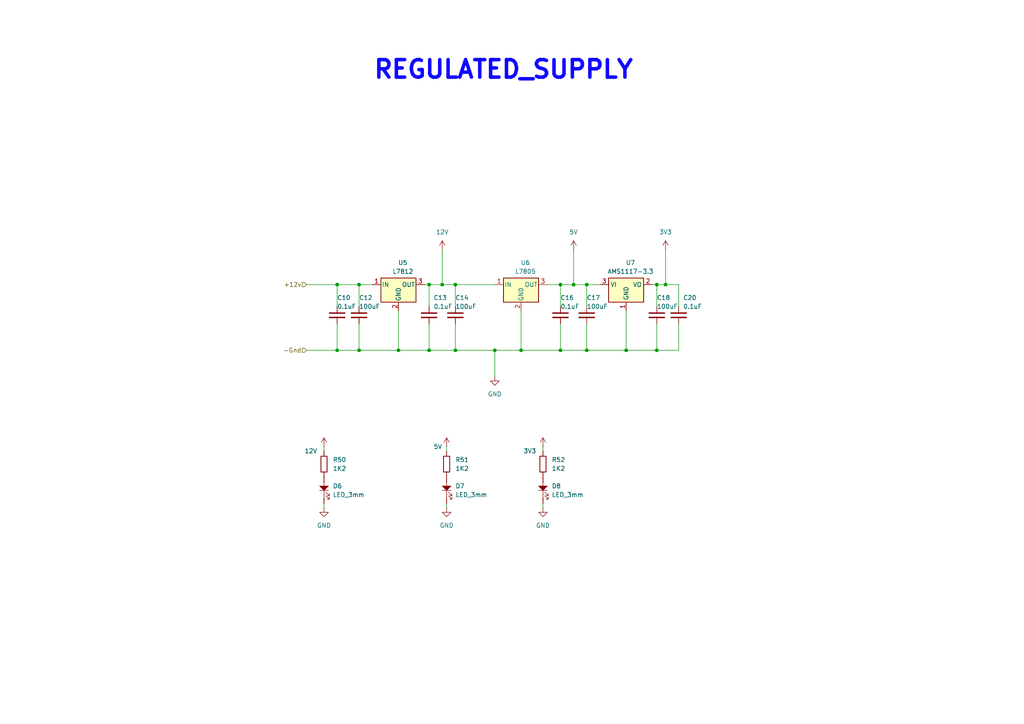
<source format=kicad_sch>
(kicad_sch (version 20231120) (generator "eeschema") (generator_version "8.0")
  (paper "A4")
  (lib_symbols
    (symbol "PCM_SL_Devices:Capacitor_NP"
      (property "Reference" "C" (at 0 6.35 0))
      (property "Value" "Capacitor_NP" (at 0 3.81 0))
      (symbol "Capacitor_NP_0_1"
        (rectangle (start -0.762 2.286) (end -0.508 -2.286) (fill (type outline)))
        (rectangle (start 0.508 2.286) (end 0.762 -2.286) (fill (type outline)))
      )
      (symbol "Capacitor_NP_1_1"
        (pin passive line (at -2.54 0 0) (length 2) (name "~") (number "1"))
        (pin input line (at 2.54 0 180) (length 2) (name "~") (number "2"))
      )
    )
    (symbol "PCM_SL_Devices:LED_3mm"
      (property "Reference" "D" (at -0.508 5.334 0))
      (property "Value" "LED_3mm" (at -0.508 2.794 0))
      (symbol "LED_3mm_0_1"
        (polyline (pts (xy -1.27 0) (xy -2.54 0)))
        (polyline (pts (xy 0 1.27) (xy 0 -1.27)))
        (polyline (pts (xy 0.508 0.508) (xy 1.524 1.524)))
        (polyline (pts (xy 1.27 0) (xy 2.54 0)))
        (polyline (pts (xy 1.524 0.508) (xy 2.54 1.524)))
        (polyline (pts (xy 1.524 1.524) (xy 0.889 1.524)))
        (polyline (pts (xy 1.524 1.524) (xy 1.524 0.889)))
        (polyline (pts (xy 2.54 1.524) (xy 1.905 1.524)))
        (polyline (pts (xy 2.54 1.524) (xy 2.54 0.889)))
        (polyline (pts (xy 0 0) (xy -1.27 -1.27) (xy -1.27 1.27) (xy 0 0) (xy 1.27 0)) (fill (type outline)))
      )
      (symbol "LED_3mm_1_1"
        (pin passive line (at 3.81 0 180) (length 1.5) (name "~") (number "1"))
        (pin passive line (at -3.81 0 0) (length 1.5) (name "") (number "2"))
      )
    )
    (symbol "PCM_SL_Resistors:Resistor"
      (property "Reference" "R" (at 0 5.08 0))
      (property "Value" "Resistor" (at 0 2.54 0))
      (symbol "Resistor_0_1"
        (rectangle (start -2.286 0.889) (end 2.286 -0.889) (stroke (width 0.24)))
      )
      (symbol "Resistor_1_1"
        (pin passive line (at -3.81 0 0) (length 1.5) (name "") (number "1"))
        (pin passive line (at 3.81 0 180) (length 1.5) (name "~") (number "2"))
      )
    )
    (symbol "Regulator_Linear:AMS1117-3.3"
      (property "Reference" "U" (at -3.81 3.175 0))
      (property "Value" "AMS1117-3.3" (at 0 3.175 0))
      (symbol "AMS1117-3.3_0_1"
        (rectangle (start -5.08 -5.08) (end 5.08 1.905) (stroke (width 0.254)) (fill (type background)))
      )
      (symbol "AMS1117-3.3_1_1"
        (pin power_in line (at 0 -7.62 90) (length 2.54) (name "GND") (number "1"))
        (pin power_out line (at 7.62 0 180) (length 2.54) (name "VO") (number "2"))
        (pin power_in line (at -7.62 0 0) (length 2.54) (name "VI") (number "3"))
      )
    )
    (symbol "Regulator_Linear:L7805" (pin_names (offset 0.254))
      (property "Reference" "U" (at -3.81 3.175 0))
      (property "Value" "L7805" (at 0 3.175 0))
      (symbol "L7805_0_1"
        (rectangle (start -5.08 1.905) (end 5.08 -5.08) (stroke (width 0.254)) (fill (type background)))
      )
      (symbol "L7805_1_1"
        (pin power_in line (at -7.62 0 0) (length 2.54) (name "IN") (number "1"))
        (pin power_in line (at 0 -7.62 90) (length 2.54) (name "GND") (number "2"))
        (pin power_out line (at 7.62 0 180) (length 2.54) (name "OUT") (number "3"))
      )
    )
    (symbol "Regulator_Linear:L7812" (pin_names (offset 0.254))
      (property "Reference" "U" (at -3.81 3.175 0))
      (property "Value" "L7812" (at 0 3.175 0))
      (symbol "L7812_0_1"
        (rectangle (start -5.08 1.905) (end 5.08 -5.08) (stroke (width 0.254)) (fill (type background)))
      )
      (symbol "L7812_1_1"
        (pin power_in line (at -7.62 0 0) (length 2.54) (name "IN") (number "1"))
        (pin power_in line (at 0 -7.62 90) (length 2.54) (name "GND") (number "2"))
        (pin power_out line (at 7.62 0 180) (length 2.54) (name "OUT") (number "3"))
      )
    )
    (symbol "power:GND" (power) (pin_numbers hide) (pin_names (offset 0) hide)
      (property "Value" "GND" (at 0 -3.81 0))
      (symbol "GND_0_1"
        (polyline (pts (xy 0 0) (xy 0 -1.27) (xy 1.27 -1.27) (xy 0 -2.54) (xy -1.27 -1.27) (xy 0 -1.27)))
      )
      (symbol "GND_1_1"
        (pin power_in line (at 0 0 270) (length 0) (name "~") (number "1"))
      )
    )
    (symbol "power:VCC" (power) (pin_numbers hide) (pin_names (offset 0) hide)
      (property "Value" "VCC" (at 0 3.556 0))
      (symbol "VCC_0_1"
        (polyline (pts (xy -0.762 1.27) (xy 0 2.54)))
        (polyline (pts (xy 0 0) (xy 0 2.54)))
        (polyline (pts (xy 0 2.54) (xy 0.762 1.27)))
      )
      (symbol "VCC_1_1"
        (pin power_in line (at 0 0 90) (length 0) (name "~") (number "1"))
      )
    )
  )
  (junction (at 97.79 101.6))
  (junction (at 104.14 82.55))
  (junction (at 115.57 101.6))
  (junction (at 162.56 82.55))
  (junction (at 132.08 101.6))
  (junction (at 97.79 82.55))
  (junction (at 190.5 101.6))
  (junction (at 104.14 101.6))
  (junction (at 128.27 82.55))
  (junction (at 166.37 82.55))
  (junction (at 181.61 101.6))
  (junction (at 151.13 101.6))
  (junction (at 193.04 82.55))
  (junction (at 143.51 101.6))
  (junction (at 132.08 82.55))
  (junction (at 124.46 82.55))
  (junction (at 170.18 82.55))
  (junction (at 162.56 101.6))
  (junction (at 170.18 101.6))
  (junction (at 190.5 82.55))
  (junction (at 124.46 101.6))
  (wire (pts (xy 190.5 82.55) (xy 193.04 82.55)))
  (wire (pts (xy 124.46 93.98) (xy 124.46 101.6)))
  (wire (pts (xy 170.18 82.55) (xy 170.18 88.9)))
  (wire (pts (xy 157.48 146.05) (xy 157.48 147.32)))
  (wire (pts (xy 129.54 146.05) (xy 129.54 147.32)))
  (wire (pts (xy 132.08 82.55) (xy 132.08 88.9)))
  (wire (pts (xy 162.56 101.6) (xy 170.18 101.6)))
  (wire (pts (xy 162.56 82.55) (xy 166.37 82.55)))
  (wire (pts (xy 166.37 72.39) (xy 166.37 82.55)))
  (wire (pts (xy 124.46 82.55) (xy 124.46 88.9)))
  (wire (pts (xy 196.85 82.55) (xy 196.85 88.9)))
  (wire (pts (xy 93.98 146.05) (xy 93.98 147.32)))
  (wire (pts (xy 190.5 82.55) (xy 189.23 82.55)))
  (wire (pts (xy 170.18 101.6) (xy 181.61 101.6)))
  (wire (pts (xy 181.61 90.17) (xy 181.61 101.6)))
  (wire (pts (xy 166.37 82.55) (xy 170.18 82.55)))
  (wire (pts (xy 115.57 90.17) (xy 115.57 101.6)))
  (wire (pts (xy 104.14 93.98) (xy 104.14 101.6)))
  (wire (pts (xy 170.18 93.98) (xy 170.18 101.6)))
  (wire (pts (xy 143.51 101.6) (xy 151.13 101.6)))
  (wire (pts (xy 162.56 82.55) (xy 162.56 88.9)))
  (wire (pts (xy 97.79 93.98) (xy 97.79 101.6)))
  (wire (pts (xy 93.98 129.54) (xy 93.98 130.81)))
  (wire (pts (xy 129.54 129.54) (xy 129.54 130.81)))
  (wire (pts (xy 132.08 82.55) (xy 143.51 82.55)))
  (wire (pts (xy 128.27 82.55) (xy 132.08 82.55)))
  (wire (pts (xy 143.51 101.6) (xy 143.51 109.22)))
  (wire (pts (xy 97.79 82.55) (xy 104.14 82.55)))
  (wire (pts (xy 97.79 82.55) (xy 97.79 88.9)))
  (wire (pts (xy 104.14 82.55) (xy 104.14 88.9)))
  (wire (pts (xy 132.08 93.98) (xy 132.08 101.6)))
  (wire (pts (xy 128.27 72.39) (xy 128.27 82.55)))
  (wire (pts (xy 123.19 82.55) (xy 124.46 82.55)))
  (wire (pts (xy 104.14 82.55) (xy 107.95 82.55)))
  (wire (pts (xy 124.46 101.6) (xy 132.08 101.6)))
  (wire (pts (xy 158.75 82.55) (xy 162.56 82.55)))
  (wire (pts (xy 151.13 101.6) (xy 162.56 101.6)))
  (wire (pts (xy 190.5 101.6) (xy 190.5 93.98)))
  (wire (pts (xy 157.48 129.54) (xy 157.48 130.81)))
  (wire (pts (xy 181.61 101.6) (xy 190.5 101.6)))
  (wire (pts (xy 193.04 82.55) (xy 196.85 82.55)))
  (wire (pts (xy 151.13 90.17) (xy 151.13 101.6)))
  (wire (pts (xy 196.85 101.6) (xy 190.5 101.6)))
  (wire (pts (xy 196.85 93.98) (xy 196.85 101.6)))
  (wire (pts (xy 193.04 72.39) (xy 193.04 82.55)))
  (wire (pts (xy 104.14 101.6) (xy 115.57 101.6)))
  (wire (pts (xy 162.56 93.98) (xy 162.56 101.6)))
  (wire (pts (xy 190.5 82.55) (xy 190.5 88.9)))
  (wire (pts (xy 170.18 82.55) (xy 173.99 82.55)))
  (wire (pts (xy 115.57 101.6) (xy 124.46 101.6)))
  (wire (pts (xy 97.79 101.6) (xy 104.14 101.6)))
  (wire (pts (xy 88.9 101.6) (xy 97.79 101.6)))
  (wire (pts (xy 132.08 101.6) (xy 143.51 101.6)))
  (wire (pts (xy 124.46 82.55) (xy 128.27 82.55)))
  (wire (pts (xy 88.9 82.55) (xy 97.79 82.55)))
  (text "REGULATED_SUPPLY\n" (at 146.05 20.32 0) (effects (font (size 5.08 5.08) (thickness 1.016) (bold yes))))
  (hierarchical_label "+12v" (shape input) (at 88.9 82.55 180))
  (hierarchical_label "-Gnd" (shape input) (at 88.9 101.6 180))
  (symbol (lib_id "PCM_SL_Resistors:Resistor") (at 93.98 134.62 90) (unit 1)
    (property "Reference" "R50" (at 96.52 133.3499 90) (effects (justify right)))
    (property "Value" "1K2" (at 96.52 135.8899 90) (effects (justify right)))
    (property "Footprint" "Resistor_SMD:R_0805_2012Metric_Pad1.20x1.40mm_HandSolder" (effects (hide yes)))
    (property "Description" "1/4W Resistor" (effects (hide yes)))
  )
  (symbol (lib_id "power:GND") (at 129.54 147.32 0) (unit 1)
    (property "Reference" "#PWR031" (effects (hide yes)))
    (property "Value" "GND" (at 129.54 152.4 0))
    (property "Description" "Power symbol creates a global label with name \"GND\" , ground" (effects (hide yes)))
  )
  (symbol (lib_id "power:GND") (at 93.98 147.32 0) (unit 1)
    (property "Reference" "#PWR029" (effects (hide yes)))
    (property "Value" "GND" (at 93.98 152.4 0))
    (property "Description" "Power symbol creates a global label with name \"GND\" , ground" (effects (hide yes)))
  )
  (symbol (lib_id "PCM_SL_Devices:Capacitor_NP") (at 196.85 91.44 90) (unit 1)
    (property "Reference" "C20" (at 198.12 86.36 90) (effects (justify right)))
    (property "Value" "0.1uF" (at 198.12 88.9 90) (effects (justify right)))
    (property "Footprint" "inqbe:CP_Radial_D5.0mm_P2.50mm" (effects (hide yes)))
    (property "Description" "Unpolarized Capacitor" (effects (hide yes)))
  )
  (symbol (lib_id "PCM_SL_Devices:Capacitor_NP") (at 170.18 91.44 90) (unit 1)
    (property "Reference" "C17" (at 170.18 86.36 90) (effects (justify right)))
    (property "Value" "100uF" (at 170.18 88.9 90) (effects (justify right)))
    (property "Footprint" "inqbe:CP_Radial_D5.0mm_P2.50mm" (effects (hide yes)))
    (property "Description" "Unpolarized Capacitor" (effects (hide yes)))
  )
  (symbol (lib_id "power:VCC") (at 166.37 72.39 0) (unit 1)
    (property "Reference" "#PWR026" (effects (hide yes)))
    (property "Value" "5V" (at 166.37 67.31 0))
    (property "Description" "Power symbol creates a global label with name \"VCC\"" (effects (hide yes)))
  )
  (symbol (lib_id "PCM_SL_Devices:Capacitor_NP") (at 132.08 91.44 90) (unit 1)
    (property "Reference" "C14" (at 132.08 86.36 90) (effects (justify right)))
    (property "Value" "100uF" (at 132.08 88.9 90) (effects (justify right)))
    (property "Footprint" "inqbe:CP_Radial_D5.0mm_P2.50mm" (effects (hide yes)))
    (property "Description" "Unpolarized Capacitor" (effects (hide yes)))
  )
  (symbol (lib_id "Regulator_Linear:L7812") (at 115.57 82.55 0) (unit 1)
    (property "Reference" "U5" (at 116.84 76.2 0))
    (property "Value" "L7812" (at 116.84 78.74 0))
    (property "Footprint" "inqbe:TO-220-3_Vertical_HS48_PL48_Heatsink" (effects (hide yes)))
    (property "Datasheet" "http://www.st.com/content/ccc/resource/technical/document/datasheet/41/4f/b3/b0/12/d4/47/88/CD00000444.pdf/files/CD00000444.pdf/jcr:content/translations/en.CD00000444.pdf" (effects (hide yes)))
    (property "Description" "Positive 1.5A 35V Linear Regulator, Fixed Output 12V, TO-220/TO-263/TO-252" (effects (hide yes)))
  )
  (symbol (lib_id "power:VCC") (at 128.27 72.39 0) (unit 1)
    (property "Reference" "#PWR016" (effects (hide yes)))
    (property "Value" "12V" (at 128.27 67.31 0))
    (property "Description" "Power symbol creates a global label with name \"VCC\"" (effects (hide yes)))
  )
  (symbol (lib_id "PCM_SL_Devices:LED_3mm") (at 129.54 142.24 270) (unit 1)
    (property "Reference" "D7" (at 132.08 140.9699 90) (effects (justify left)))
    (property "Value" "LED_3mm" (at 132.08 143.5099 90) (effects (justify left)))
    (property "Footprint" "LED_THT:LED_D3.0mm" (effects (hide yes)))
    (property "Description" "3mm diameter small LED" (effects (hide yes)))
  )
  (symbol (lib_id "power:VCC") (at 157.48 129.54 0) (unit 1)
    (property "Reference" "#PWR032" (effects (hide yes)))
    (property "Value" "3V3" (at 153.67 130.81 0))
    (property "Description" "Power symbol creates a global label with name \"VCC\"" (effects (hide yes)))
  )
  (symbol (lib_id "PCM_SL_Resistors:Resistor") (at 129.54 134.62 90) (unit 1)
    (property "Reference" "R51" (at 132.08 133.3499 90) (effects (justify right)))
    (property "Value" "1K2" (at 132.08 135.8899 90) (effects (justify right)))
    (property "Footprint" "Resistor_SMD:R_0805_2012Metric_Pad1.20x1.40mm_HandSolder" (effects (hide yes)))
    (property "Description" "1/4W Resistor" (effects (hide yes)))
  )
  (symbol (lib_id "Regulator_Linear:AMS1117-3.3") (at 181.61 82.55 0) (unit 1)
    (property "Reference" "U7" (at 182.88 76.2 0))
    (property "Value" "AMS1117-3.3" (at 182.88 78.74 0))
    (property "Footprint" "Package_TO_SOT_SMD:SOT-223-3_TabPin2" (effects (hide yes)))
    (property "Datasheet" "http://www.advanced-monolithic.com/pdf/ds1117.pdf" (effects (hide yes)))
    (property "Description" "1A Low Dropout regulator, positive, 3.3V fixed output, SOT-223" (effects (hide yes)))
  )
  (symbol (lib_id "power:GND") (at 143.51 109.22 0) (unit 1)
    (property "Reference" "#PWR015" (effects (hide yes)))
    (property "Value" "GND" (at 143.51 114.3 0))
    (property "Description" "Power symbol creates a global label with name \"GND\" , ground" (effects (hide yes)))
  )
  (symbol (lib_id "Regulator_Linear:L7805") (at 151.13 82.55 0) (unit 1)
    (property "Reference" "U6" (at 152.4 76.2 0))
    (property "Value" "L7805" (at 152.4 78.74 0))
    (property "Footprint" "inqbe:TO-220-3_Vertical_HS48_PL48_Heatsink" (effects (hide yes)))
    (property "Datasheet" "http://www.st.com/content/ccc/resource/technical/document/datasheet/41/4f/b3/b0/12/d4/47/88/CD00000444.pdf/files/CD00000444.pdf/jcr:content/translations/en.CD00000444.pdf" (effects (hide yes)))
    (property "Description" "Positive 1.5A 35V Linear Regulator, Fixed Output 5V, TO-220/TO-263/TO-252" (effects (hide yes)))
  )
  (symbol (lib_id "PCM_SL_Devices:Capacitor_NP") (at 124.46 91.44 90) (unit 1)
    (property "Reference" "C13" (at 125.73 86.36 90) (effects (justify right)))
    (property "Value" "0.1uF" (at 125.73 88.9 90) (effects (justify right)))
    (property "Footprint" "Capacitor_THT:C_Disc_D3.0mm_W2.0mm_P2.50mm" (effects (hide yes)))
    (property "Description" "Unpolarized Capacitor" (effects (hide yes)))
  )
  (symbol (lib_id "PCM_SL_Devices:Capacitor_NP") (at 97.79 91.44 90) (unit 1)
    (property "Reference" "C10" (at 97.79 86.36 90) (effects (justify right)))
    (property "Value" "0.1uF" (at 97.79 88.9 90) (effects (justify right)))
    (property "Footprint" "Capacitor_THT:C_Disc_D3.0mm_W2.0mm_P2.50mm" (effects (hide yes)))
    (property "Description" "Unpolarized Capacitor" (effects (hide yes)))
  )
  (symbol (lib_id "PCM_SL_Devices:Capacitor_NP") (at 162.56 91.44 90) (unit 1)
    (property "Reference" "C16" (at 162.56 86.36 90) (effects (justify right)))
    (property "Value" "0.1uF" (at 162.56 88.9 90) (effects (justify right)))
    (property "Footprint" "Capacitor_THT:C_Disc_D3.0mm_W2.0mm_P2.50mm" (effects (hide yes)))
    (property "Description" "Unpolarized Capacitor" (effects (hide yes)))
  )
  (symbol (lib_id "PCM_SL_Devices:Capacitor_NP") (at 104.14 91.44 90) (unit 1)
    (property "Reference" "C12" (at 104.14 86.36 90) (effects (justify right)))
    (property "Value" "100uF" (at 104.14 88.9 90) (effects (justify right)))
    (property "Footprint" "inqbe:CP_Radial_D5.0mm_P2.50mm" (effects (hide yes)))
    (property "Description" "Unpolarized Capacitor" (effects (hide yes)))
  )
  (symbol (lib_id "PCM_SL_Devices:LED_3mm") (at 157.48 142.24 270) (unit 1)
    (property "Reference" "D8" (at 160.02 140.9699 90) (effects (justify left)))
    (property "Value" "LED_3mm" (at 160.02 143.5099 90) (effects (justify left)))
    (property "Footprint" "LED_THT:LED_D3.0mm" (effects (hide yes)))
    (property "Description" "3mm diameter small LED" (effects (hide yes)))
  )
  (symbol (lib_id "power:VCC") (at 93.98 129.54 0) (unit 1)
    (property "Reference" "#PWR028" (effects (hide yes)))
    (property "Value" "12V" (at 90.17 130.81 0))
    (property "Description" "Power symbol creates a global label with name \"VCC\"" (effects (hide yes)))
  )
  (symbol (lib_id "PCM_SL_Resistors:Resistor") (at 157.48 134.62 90) (unit 1)
    (property "Reference" "R52" (at 160.02 133.3499 90) (effects (justify right)))
    (property "Value" "1K2" (at 160.02 135.8899 90) (effects (justify right)))
    (property "Footprint" "Resistor_SMD:R_0805_2012Metric_Pad1.20x1.40mm_HandSolder" (effects (hide yes)))
    (property "Description" "1/4W Resistor" (effects (hide yes)))
  )
  (symbol (lib_id "power:VCC") (at 129.54 129.54 0) (unit 1)
    (property "Reference" "#PWR030" (effects (hide yes)))
    (property "Value" "5V" (at 127 129.54 0))
    (property "Description" "Power symbol creates a global label with name \"VCC\"" (effects (hide yes)))
  )
  (symbol (lib_id "PCM_SL_Devices:Capacitor_NP") (at 190.5 91.44 90) (unit 1)
    (property "Reference" "C18" (at 190.5 86.36 90) (effects (justify right)))
    (property "Value" "100uF" (at 190.5 88.9 90) (effects (justify right)))
    (property "Footprint" "Capacitor_THT:C_Disc_D3.0mm_W2.0mm_P2.50mm" (effects (hide yes)))
    (property "Description" "Unpolarized Capacitor" (effects (hide yes)))
  )
  (symbol (lib_id "PCM_SL_Devices:LED_3mm") (at 93.98 142.24 270) (unit 1)
    (property "Reference" "D6" (at 96.52 140.9699 90) (effects (justify left)))
    (property "Value" "LED_3mm" (at 96.52 143.5099 90) (effects (justify left)))
    (property "Footprint" "LED_THT:LED_D3.0mm" (effects (hide yes)))
    (property "Description" "3mm diameter small LED" (effects (hide yes)))
  )
  (symbol (lib_id "power:GND") (at 157.48 147.32 0) (unit 1)
    (property "Reference" "#PWR033" (effects (hide yes)))
    (property "Value" "GND" (at 157.48 152.4 0))
    (property "Description" "Power symbol creates a global label with name \"GND\" , ground" (effects (hide yes)))
  )
  (symbol (lib_id "power:VCC") (at 193.04 72.39 0) (unit 1)
    (property "Reference" "#PWR027" (effects (hide yes)))
    (property "Value" "3V3" (at 193.04 67.31 0))
    (property "Description" "Power symbol creates a global label with name \"VCC\"" (effects (hide yes)))
  )
)
</source>
